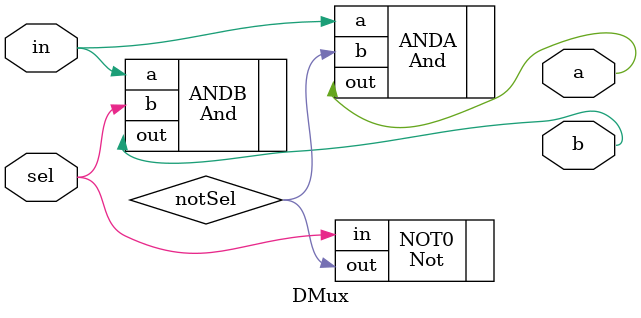
<source format=v>
/**
 * Demultiplexor:
 * {a, b} = {in, 0} if sel == 0
 *          {0, in} if sel == 1
 */

`default_nettype none
module DMux(
	input in,
	input sel,
    output a,
	output b
);

    wire notSel;

    Not NOT0(.out(notSel),.in(sel));

    And ANDA(.out(a),.a(in),.b(notSel));
    And ANDB(.out(b),.a(in),.b(sel));
    
endmodule


</source>
